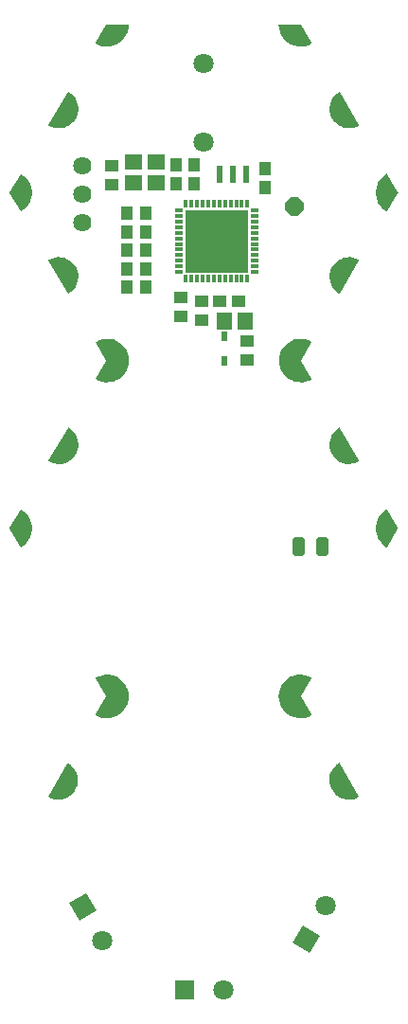
<source format=gbr>
G04 EAGLE Gerber RS-274X export*
G75*
%MOMM*%
%FSLAX34Y34*%
%LPD*%
%INSoldermask Bottom*%
%IPPOS*%
%AMOC8*
5,1,8,0,0,1.08239X$1,22.5*%
G01*
%ADD10R,1.101600X1.201600*%
%ADD11R,1.601600X1.401600*%
%ADD12R,1.201600X1.101600*%
%ADD13R,1.401600X1.601600*%
%ADD14C,1.625600*%
%ADD15P,1.759533X8X22.500000*%
%ADD16R,0.401600X0.651600*%
%ADD17R,0.651600X0.401600*%
%ADD18R,5.701600X5.701600*%
%ADD19R,0.501600X1.501597*%
%ADD20C,0.605878*%
%ADD21C,1.801600*%
%ADD22R,1.801600X1.801600*%
%ADD23R,1.801600X1.801600*%
%ADD24C,1.101600*%
%ADD25R,0.601600X0.901600*%

G36*
X87369Y130967D02*
X87369Y130967D01*
X87416Y130965D01*
X90454Y131330D01*
X90486Y131341D01*
X90532Y131346D01*
X93472Y132194D01*
X93502Y132210D01*
X93548Y132222D01*
X96314Y133531D01*
X96336Y133548D01*
X96363Y133558D01*
X96415Y133607D01*
X96473Y133650D01*
X96487Y133675D01*
X96508Y133694D01*
X96537Y133760D01*
X96573Y133822D01*
X96576Y133850D01*
X96588Y133876D01*
X96589Y133948D01*
X96598Y134019D01*
X96590Y134046D01*
X96591Y134075D01*
X96555Y134170D01*
X96544Y134210D01*
X96537Y134219D01*
X96533Y134231D01*
X87176Y150482D01*
X96533Y166733D01*
X96542Y166760D01*
X96558Y166784D01*
X96573Y166854D01*
X96596Y166922D01*
X96593Y166950D01*
X96599Y166978D01*
X96586Y167049D01*
X96580Y167120D01*
X96567Y167145D01*
X96561Y167173D01*
X96521Y167233D01*
X96488Y167296D01*
X96466Y167314D01*
X96450Y167338D01*
X96367Y167396D01*
X96335Y167423D01*
X96324Y167426D01*
X96314Y167433D01*
X93548Y168742D01*
X93515Y168750D01*
X93472Y168770D01*
X90532Y169618D01*
X90498Y169621D01*
X90454Y169634D01*
X87416Y169999D01*
X87382Y169996D01*
X87335Y170002D01*
X84278Y169875D01*
X84245Y169867D01*
X84198Y169866D01*
X81201Y169250D01*
X81170Y169237D01*
X81124Y169228D01*
X78264Y168139D01*
X78236Y168121D01*
X78192Y168105D01*
X75544Y166571D01*
X75518Y166549D01*
X75478Y166526D01*
X73110Y164588D01*
X73088Y164561D01*
X73052Y164532D01*
X71025Y162239D01*
X71009Y162210D01*
X70977Y162175D01*
X69345Y159587D01*
X69333Y159555D01*
X69308Y159516D01*
X68112Y156699D01*
X68105Y156666D01*
X68102Y156659D01*
X68098Y156653D01*
X68097Y156647D01*
X68086Y156623D01*
X67358Y153651D01*
X67356Y153617D01*
X67345Y153572D01*
X67102Y150522D01*
X67106Y150493D01*
X67101Y150465D01*
X67103Y150455D01*
X67102Y150442D01*
X67345Y147392D01*
X67354Y147360D01*
X67358Y147313D01*
X68086Y144341D01*
X68101Y144310D01*
X68112Y144265D01*
X69308Y141448D01*
X69327Y141420D01*
X69345Y141377D01*
X70977Y138789D01*
X71001Y138765D01*
X71025Y138725D01*
X73052Y136432D01*
X73079Y136412D01*
X73110Y136376D01*
X75478Y134438D01*
X75508Y134422D01*
X75544Y134393D01*
X78192Y132860D01*
X78224Y132849D01*
X78264Y132825D01*
X81124Y131737D01*
X81157Y131731D01*
X81201Y131714D01*
X84198Y131098D01*
X84232Y131098D01*
X84278Y131089D01*
X87335Y130962D01*
X87369Y130967D01*
G37*
G36*
X87115Y-169261D02*
X87115Y-169261D01*
X87162Y-169263D01*
X90200Y-168898D01*
X90232Y-168887D01*
X90278Y-168882D01*
X93218Y-168034D01*
X93248Y-168018D01*
X93294Y-168006D01*
X96060Y-166697D01*
X96082Y-166680D01*
X96109Y-166670D01*
X96161Y-166621D01*
X96219Y-166578D01*
X96233Y-166553D01*
X96254Y-166534D01*
X96283Y-166468D01*
X96319Y-166406D01*
X96322Y-166378D01*
X96334Y-166352D01*
X96335Y-166280D01*
X96344Y-166209D01*
X96336Y-166182D01*
X96337Y-166153D01*
X96301Y-166058D01*
X96290Y-166018D01*
X96283Y-166009D01*
X96279Y-165997D01*
X86922Y-149746D01*
X96279Y-133495D01*
X96288Y-133468D01*
X96304Y-133444D01*
X96319Y-133374D01*
X96342Y-133306D01*
X96339Y-133278D01*
X96345Y-133250D01*
X96332Y-133180D01*
X96326Y-133108D01*
X96313Y-133083D01*
X96307Y-133055D01*
X96267Y-132995D01*
X96234Y-132932D01*
X96212Y-132914D01*
X96196Y-132890D01*
X96113Y-132832D01*
X96081Y-132805D01*
X96070Y-132802D01*
X96060Y-132795D01*
X93294Y-131486D01*
X93261Y-131478D01*
X93218Y-131458D01*
X90278Y-130610D01*
X90244Y-130607D01*
X90200Y-130594D01*
X87162Y-130229D01*
X87128Y-130232D01*
X87081Y-130226D01*
X84024Y-130353D01*
X83991Y-130361D01*
X83944Y-130362D01*
X80947Y-130978D01*
X80916Y-130991D01*
X80870Y-131001D01*
X78010Y-132089D01*
X77982Y-132107D01*
X77938Y-132124D01*
X75290Y-133657D01*
X75264Y-133679D01*
X75224Y-133702D01*
X72856Y-135640D01*
X72834Y-135667D01*
X72798Y-135696D01*
X70771Y-137989D01*
X70755Y-138018D01*
X70723Y-138053D01*
X69091Y-140641D01*
X69079Y-140673D01*
X69054Y-140712D01*
X67858Y-143529D01*
X67851Y-143562D01*
X67848Y-143569D01*
X67844Y-143575D01*
X67843Y-143581D01*
X67832Y-143605D01*
X67104Y-146577D01*
X67102Y-146611D01*
X67091Y-146656D01*
X66848Y-149706D01*
X66852Y-149735D01*
X66847Y-149763D01*
X66849Y-149773D01*
X66848Y-149786D01*
X67091Y-152836D01*
X67100Y-152868D01*
X67104Y-152915D01*
X67832Y-155887D01*
X67847Y-155918D01*
X67858Y-155963D01*
X69054Y-158780D01*
X69073Y-158808D01*
X69091Y-158851D01*
X70723Y-161439D01*
X70747Y-161463D01*
X70771Y-161503D01*
X72798Y-163796D01*
X72825Y-163816D01*
X72856Y-163852D01*
X75224Y-165790D01*
X75254Y-165806D01*
X75290Y-165835D01*
X77938Y-167369D01*
X77970Y-167379D01*
X78010Y-167403D01*
X80870Y-168492D01*
X80903Y-168497D01*
X80947Y-168514D01*
X83944Y-169130D01*
X83978Y-169130D01*
X84024Y-169139D01*
X87081Y-169266D01*
X87115Y-169261D01*
G37*
G36*
X-84278Y131089D02*
X-84278Y131089D01*
X-84245Y131097D01*
X-84198Y131098D01*
X-81201Y131714D01*
X-81170Y131727D01*
X-81124Y131737D01*
X-78264Y132825D01*
X-78236Y132843D01*
X-78192Y132860D01*
X-75544Y134393D01*
X-75518Y134415D01*
X-75478Y134438D01*
X-73110Y136376D01*
X-73088Y136403D01*
X-73052Y136432D01*
X-71025Y138725D01*
X-71009Y138754D01*
X-70977Y138789D01*
X-69345Y141377D01*
X-69333Y141409D01*
X-69308Y141448D01*
X-68112Y144265D01*
X-68105Y144298D01*
X-68086Y144341D01*
X-67358Y147313D01*
X-67356Y147347D01*
X-67345Y147392D01*
X-67102Y150442D01*
X-67106Y150471D01*
X-67101Y150499D01*
X-67103Y150509D01*
X-67102Y150522D01*
X-67345Y153572D01*
X-67354Y153604D01*
X-67358Y153651D01*
X-68086Y156623D01*
X-68101Y156654D01*
X-68112Y156699D01*
X-69308Y159516D01*
X-69327Y159544D01*
X-69345Y159587D01*
X-70977Y162175D01*
X-71001Y162199D01*
X-71025Y162239D01*
X-73052Y164532D01*
X-73079Y164552D01*
X-73110Y164588D01*
X-75478Y166526D01*
X-75508Y166542D01*
X-75544Y166571D01*
X-78192Y168105D01*
X-78224Y168115D01*
X-78264Y168139D01*
X-81124Y169228D01*
X-81157Y169233D01*
X-81201Y169250D01*
X-84198Y169866D01*
X-84232Y169866D01*
X-84278Y169875D01*
X-87335Y170002D01*
X-87369Y169997D01*
X-87416Y169999D01*
X-90454Y169634D01*
X-90486Y169623D01*
X-90532Y169618D01*
X-93472Y168770D01*
X-93502Y168754D01*
X-93548Y168742D01*
X-96314Y167433D01*
X-96336Y167416D01*
X-96363Y167406D01*
X-96415Y167357D01*
X-96473Y167314D01*
X-96487Y167289D01*
X-96508Y167270D01*
X-96537Y167204D01*
X-96573Y167142D01*
X-96576Y167114D01*
X-96588Y167088D01*
X-96589Y167016D01*
X-96598Y166945D01*
X-96590Y166918D01*
X-96591Y166889D01*
X-96555Y166794D01*
X-96544Y166754D01*
X-96537Y166745D01*
X-96533Y166733D01*
X-87176Y150482D01*
X-96533Y134231D01*
X-96542Y134204D01*
X-96558Y134180D01*
X-96573Y134110D01*
X-96596Y134042D01*
X-96593Y134014D01*
X-96599Y133986D01*
X-96586Y133916D01*
X-96580Y133844D01*
X-96567Y133819D01*
X-96561Y133791D01*
X-96521Y133731D01*
X-96488Y133668D01*
X-96466Y133650D01*
X-96450Y133626D01*
X-96367Y133568D01*
X-96335Y133541D01*
X-96324Y133538D01*
X-96314Y133531D01*
X-93548Y132222D01*
X-93515Y132214D01*
X-93472Y132194D01*
X-90532Y131346D01*
X-90498Y131343D01*
X-90454Y131330D01*
X-87416Y130965D01*
X-87382Y130968D01*
X-87335Y130962D01*
X-84278Y131089D01*
G37*
G36*
X-84532Y-169139D02*
X-84532Y-169139D01*
X-84499Y-169131D01*
X-84452Y-169130D01*
X-81455Y-168514D01*
X-81424Y-168501D01*
X-81378Y-168492D01*
X-78518Y-167403D01*
X-78490Y-167385D01*
X-78446Y-167369D01*
X-75798Y-165835D01*
X-75772Y-165813D01*
X-75732Y-165790D01*
X-73364Y-163852D01*
X-73342Y-163825D01*
X-73306Y-163796D01*
X-71279Y-161503D01*
X-71263Y-161474D01*
X-71231Y-161439D01*
X-69599Y-158851D01*
X-69587Y-158819D01*
X-69562Y-158780D01*
X-68366Y-155963D01*
X-68359Y-155930D01*
X-68340Y-155887D01*
X-67612Y-152915D01*
X-67610Y-152881D01*
X-67599Y-152836D01*
X-67356Y-149786D01*
X-67360Y-149757D01*
X-67355Y-149729D01*
X-67357Y-149719D01*
X-67356Y-149706D01*
X-67599Y-146656D01*
X-67608Y-146624D01*
X-67612Y-146577D01*
X-68340Y-143605D01*
X-68355Y-143574D01*
X-68366Y-143529D01*
X-69562Y-140712D01*
X-69581Y-140684D01*
X-69599Y-140641D01*
X-71231Y-138053D01*
X-71255Y-138029D01*
X-71279Y-137989D01*
X-73306Y-135696D01*
X-73333Y-135676D01*
X-73364Y-135640D01*
X-75732Y-133702D01*
X-75762Y-133686D01*
X-75798Y-133657D01*
X-78446Y-132124D01*
X-78478Y-132113D01*
X-78518Y-132089D01*
X-81378Y-131001D01*
X-81411Y-130995D01*
X-81455Y-130978D01*
X-84452Y-130362D01*
X-84486Y-130362D01*
X-84532Y-130353D01*
X-87589Y-130226D01*
X-87623Y-130231D01*
X-87670Y-130229D01*
X-90708Y-130594D01*
X-90740Y-130605D01*
X-90786Y-130610D01*
X-93726Y-131458D01*
X-93756Y-131474D01*
X-93802Y-131486D01*
X-96568Y-132795D01*
X-96590Y-132812D01*
X-96617Y-132822D01*
X-96669Y-132871D01*
X-96727Y-132914D01*
X-96741Y-132939D01*
X-96762Y-132958D01*
X-96791Y-133024D01*
X-96827Y-133086D01*
X-96830Y-133114D01*
X-96842Y-133140D01*
X-96843Y-133212D01*
X-96852Y-133283D01*
X-96844Y-133310D01*
X-96845Y-133339D01*
X-96809Y-133434D01*
X-96798Y-133474D01*
X-96791Y-133483D01*
X-96787Y-133495D01*
X-87430Y-149746D01*
X-96787Y-165997D01*
X-96796Y-166024D01*
X-96812Y-166048D01*
X-96827Y-166118D01*
X-96850Y-166186D01*
X-96847Y-166214D01*
X-96853Y-166242D01*
X-96840Y-166313D01*
X-96834Y-166384D01*
X-96821Y-166409D01*
X-96815Y-166437D01*
X-96775Y-166497D01*
X-96742Y-166560D01*
X-96720Y-166578D01*
X-96704Y-166602D01*
X-96621Y-166660D01*
X-96589Y-166687D01*
X-96578Y-166690D01*
X-96568Y-166697D01*
X-93802Y-168006D01*
X-93769Y-168014D01*
X-93726Y-168034D01*
X-90786Y-168882D01*
X-90752Y-168885D01*
X-90708Y-168898D01*
X-87670Y-169263D01*
X-87636Y-169260D01*
X-87589Y-169266D01*
X-84532Y-169139D01*
G37*
G36*
X-121393Y210292D02*
X-121393Y210292D01*
X-121322Y210289D01*
X-121295Y210299D01*
X-121266Y210301D01*
X-121176Y210343D01*
X-121136Y210358D01*
X-121128Y210366D01*
X-121115Y210372D01*
X-118812Y211971D01*
X-118788Y211997D01*
X-118748Y212024D01*
X-116739Y213981D01*
X-116720Y214010D01*
X-116685Y214043D01*
X-115026Y216304D01*
X-115011Y216335D01*
X-114982Y216374D01*
X-113718Y218877D01*
X-113709Y218911D01*
X-113687Y218954D01*
X-112851Y221631D01*
X-112848Y221665D01*
X-112833Y221711D01*
X-112450Y224490D01*
X-112452Y224524D01*
X-112446Y224572D01*
X-112525Y227375D01*
X-112533Y227409D01*
X-112534Y227457D01*
X-113073Y230209D01*
X-113087Y230241D01*
X-113096Y230289D01*
X-114081Y232914D01*
X-114096Y232939D01*
X-114101Y232959D01*
X-114109Y232970D01*
X-114116Y232989D01*
X-115520Y235417D01*
X-115543Y235443D01*
X-115567Y235485D01*
X-117351Y237648D01*
X-117378Y237670D01*
X-117409Y237707D01*
X-119525Y239548D01*
X-119555Y239565D01*
X-119591Y239597D01*
X-121982Y241064D01*
X-122014Y241075D01*
X-122055Y241101D01*
X-124654Y242154D01*
X-124688Y242161D01*
X-124733Y242179D01*
X-127470Y242790D01*
X-127505Y242791D01*
X-127552Y242802D01*
X-130352Y242954D01*
X-130386Y242949D01*
X-130434Y242952D01*
X-133222Y242642D01*
X-133255Y242631D01*
X-133303Y242626D01*
X-136001Y241861D01*
X-136031Y241845D01*
X-136078Y241832D01*
X-138613Y240633D01*
X-138637Y240616D01*
X-138664Y240606D01*
X-138716Y240557D01*
X-138773Y240514D01*
X-138787Y240489D01*
X-138809Y240469D01*
X-138837Y240404D01*
X-138873Y240343D01*
X-138876Y240314D01*
X-138888Y240287D01*
X-138889Y240216D01*
X-138898Y240145D01*
X-138890Y240117D01*
X-138890Y240088D01*
X-138856Y239995D01*
X-138844Y239954D01*
X-138837Y239945D01*
X-138832Y239932D01*
X-121832Y210532D01*
X-121813Y210510D01*
X-121800Y210484D01*
X-121747Y210436D01*
X-121700Y210383D01*
X-121674Y210371D01*
X-121652Y210351D01*
X-121585Y210328D01*
X-121521Y210298D01*
X-121492Y210296D01*
X-121464Y210287D01*
X-121393Y210292D01*
G37*
G36*
X130386Y358015D02*
X130386Y358015D01*
X130434Y358012D01*
X133222Y358322D01*
X133255Y358333D01*
X133303Y358338D01*
X136001Y359103D01*
X136031Y359119D01*
X136078Y359132D01*
X138613Y360331D01*
X138637Y360348D01*
X138664Y360358D01*
X138716Y360407D01*
X138773Y360450D01*
X138787Y360475D01*
X138809Y360495D01*
X138837Y360560D01*
X138873Y360622D01*
X138876Y360650D01*
X138888Y360677D01*
X138889Y360748D01*
X138898Y360819D01*
X138890Y360847D01*
X138890Y360876D01*
X138856Y360969D01*
X138844Y361010D01*
X138837Y361019D01*
X138832Y361032D01*
X121832Y390432D01*
X121813Y390454D01*
X121800Y390480D01*
X121747Y390528D01*
X121700Y390581D01*
X121674Y390593D01*
X121652Y390613D01*
X121585Y390636D01*
X121521Y390666D01*
X121492Y390668D01*
X121464Y390677D01*
X121393Y390672D01*
X121322Y390675D01*
X121295Y390665D01*
X121266Y390663D01*
X121176Y390621D01*
X121136Y390606D01*
X121128Y390598D01*
X121115Y390592D01*
X118812Y388993D01*
X118788Y388968D01*
X118748Y388940D01*
X116739Y386983D01*
X116720Y386954D01*
X116685Y386921D01*
X115026Y384660D01*
X115011Y384629D01*
X114982Y384590D01*
X113718Y382087D01*
X113709Y382053D01*
X113687Y382010D01*
X112851Y379333D01*
X112848Y379299D01*
X112833Y379253D01*
X112450Y376474D01*
X112452Y376440D01*
X112446Y376392D01*
X112525Y373589D01*
X112533Y373555D01*
X112534Y373507D01*
X113073Y370755D01*
X113087Y370723D01*
X113096Y370675D01*
X114081Y368050D01*
X114099Y368020D01*
X114116Y367975D01*
X115520Y365547D01*
X115543Y365521D01*
X115567Y365480D01*
X117351Y363316D01*
X117378Y363294D01*
X117409Y363257D01*
X119525Y361416D01*
X119555Y361399D01*
X119591Y361368D01*
X121982Y359900D01*
X122014Y359889D01*
X122055Y359863D01*
X124654Y358810D01*
X124688Y358803D01*
X124733Y358785D01*
X127470Y358174D01*
X127505Y358173D01*
X127552Y358162D01*
X130352Y358010D01*
X130386Y358015D01*
G37*
G36*
X130386Y58015D02*
X130386Y58015D01*
X130434Y58012D01*
X133222Y58322D01*
X133255Y58333D01*
X133303Y58338D01*
X136001Y59103D01*
X136031Y59119D01*
X136078Y59132D01*
X138613Y60331D01*
X138637Y60348D01*
X138664Y60358D01*
X138716Y60407D01*
X138773Y60450D01*
X138787Y60475D01*
X138809Y60495D01*
X138837Y60560D01*
X138873Y60622D01*
X138876Y60650D01*
X138888Y60677D01*
X138889Y60748D01*
X138898Y60819D01*
X138890Y60847D01*
X138890Y60876D01*
X138856Y60969D01*
X138844Y61010D01*
X138837Y61019D01*
X138832Y61032D01*
X121832Y90432D01*
X121813Y90454D01*
X121800Y90480D01*
X121747Y90528D01*
X121700Y90581D01*
X121674Y90593D01*
X121652Y90613D01*
X121585Y90636D01*
X121521Y90666D01*
X121492Y90668D01*
X121464Y90677D01*
X121393Y90672D01*
X121322Y90675D01*
X121295Y90665D01*
X121266Y90663D01*
X121176Y90621D01*
X121136Y90606D01*
X121128Y90598D01*
X121115Y90592D01*
X118812Y88993D01*
X118788Y88968D01*
X118748Y88940D01*
X116739Y86983D01*
X116720Y86954D01*
X116685Y86921D01*
X115026Y84660D01*
X115011Y84629D01*
X114982Y84590D01*
X113718Y82087D01*
X113709Y82053D01*
X113687Y82010D01*
X112851Y79333D01*
X112848Y79299D01*
X112833Y79253D01*
X112450Y76474D01*
X112452Y76440D01*
X112446Y76392D01*
X112525Y73589D01*
X112533Y73555D01*
X112534Y73507D01*
X113073Y70755D01*
X113087Y70723D01*
X113096Y70675D01*
X114081Y68050D01*
X114099Y68020D01*
X114116Y67975D01*
X115520Y65547D01*
X115543Y65521D01*
X115567Y65480D01*
X117351Y63316D01*
X117378Y63294D01*
X117409Y63257D01*
X119525Y61416D01*
X119555Y61399D01*
X119591Y61368D01*
X121982Y59900D01*
X122014Y59889D01*
X122055Y59863D01*
X124654Y58810D01*
X124688Y58803D01*
X124733Y58785D01*
X127470Y58174D01*
X127505Y58173D01*
X127552Y58162D01*
X130352Y58010D01*
X130386Y58015D01*
G37*
G36*
X130132Y-241933D02*
X130132Y-241933D01*
X130180Y-241936D01*
X132968Y-241626D01*
X133001Y-241615D01*
X133049Y-241610D01*
X135747Y-240845D01*
X135777Y-240829D01*
X135824Y-240816D01*
X138359Y-239617D01*
X138383Y-239600D01*
X138410Y-239590D01*
X138462Y-239541D01*
X138519Y-239498D01*
X138533Y-239473D01*
X138555Y-239453D01*
X138583Y-239388D01*
X138619Y-239327D01*
X138622Y-239298D01*
X138634Y-239271D01*
X138635Y-239200D01*
X138644Y-239129D01*
X138636Y-239101D01*
X138636Y-239072D01*
X138602Y-238979D01*
X138590Y-238938D01*
X138583Y-238929D01*
X138578Y-238916D01*
X121578Y-209516D01*
X121559Y-209494D01*
X121546Y-209468D01*
X121493Y-209420D01*
X121446Y-209367D01*
X121420Y-209355D01*
X121398Y-209335D01*
X121331Y-209312D01*
X121267Y-209282D01*
X121238Y-209280D01*
X121210Y-209271D01*
X121139Y-209276D01*
X121068Y-209273D01*
X121041Y-209283D01*
X121012Y-209285D01*
X120922Y-209327D01*
X120882Y-209342D01*
X120874Y-209350D01*
X120861Y-209356D01*
X118558Y-210955D01*
X118534Y-210981D01*
X118494Y-211008D01*
X116485Y-212965D01*
X116466Y-212994D01*
X116431Y-213027D01*
X114772Y-215288D01*
X114757Y-215319D01*
X114728Y-215358D01*
X113464Y-217861D01*
X113455Y-217895D01*
X113433Y-217938D01*
X112597Y-220615D01*
X112594Y-220649D01*
X112579Y-220695D01*
X112196Y-223474D01*
X112198Y-223508D01*
X112192Y-223556D01*
X112271Y-226359D01*
X112279Y-226393D01*
X112280Y-226441D01*
X112819Y-229193D01*
X112833Y-229225D01*
X112842Y-229273D01*
X113827Y-231898D01*
X113845Y-231928D01*
X113862Y-231973D01*
X115266Y-234401D01*
X115289Y-234427D01*
X115313Y-234469D01*
X117097Y-236632D01*
X117124Y-236654D01*
X117155Y-236691D01*
X119271Y-238532D01*
X119301Y-238549D01*
X119337Y-238581D01*
X121728Y-240048D01*
X121760Y-240059D01*
X121801Y-240085D01*
X124400Y-241138D01*
X124434Y-241145D01*
X124479Y-241163D01*
X127216Y-241774D01*
X127251Y-241775D01*
X127298Y-241786D01*
X130098Y-241938D01*
X130132Y-241933D01*
G37*
G36*
X121426Y210293D02*
X121426Y210293D01*
X121497Y210292D01*
X121524Y210303D01*
X121553Y210307D01*
X121615Y210341D01*
X121680Y210369D01*
X121701Y210390D01*
X121726Y210404D01*
X121789Y210480D01*
X121819Y210511D01*
X121823Y210521D01*
X121832Y210532D01*
X138832Y239932D01*
X138841Y239960D01*
X138858Y239984D01*
X138873Y240053D01*
X138895Y240121D01*
X138893Y240150D01*
X138899Y240178D01*
X138886Y240248D01*
X138880Y240319D01*
X138867Y240345D01*
X138861Y240373D01*
X138821Y240432D01*
X138789Y240495D01*
X138766Y240514D01*
X138750Y240538D01*
X138668Y240595D01*
X138635Y240622D01*
X138625Y240625D01*
X138613Y240633D01*
X136078Y241832D01*
X136044Y241840D01*
X136001Y241861D01*
X133303Y242626D01*
X133268Y242628D01*
X133222Y242642D01*
X130434Y242952D01*
X130400Y242949D01*
X130352Y242954D01*
X127552Y242802D01*
X127518Y242793D01*
X127470Y242790D01*
X124733Y242179D01*
X124701Y242165D01*
X124654Y242154D01*
X122055Y241101D01*
X122026Y241082D01*
X121982Y241064D01*
X119591Y239597D01*
X119566Y239573D01*
X119525Y239548D01*
X117409Y237707D01*
X117388Y237680D01*
X117351Y237648D01*
X115567Y235485D01*
X115551Y235454D01*
X115520Y235417D01*
X114116Y232989D01*
X114105Y232956D01*
X114098Y232943D01*
X114088Y232929D01*
X114088Y232926D01*
X114081Y232914D01*
X113096Y230289D01*
X113090Y230254D01*
X113073Y230209D01*
X112534Y227457D01*
X112534Y227423D01*
X112525Y227375D01*
X112446Y224572D01*
X112452Y224538D01*
X112450Y224490D01*
X112833Y221711D01*
X112845Y221679D01*
X112851Y221631D01*
X113687Y218954D01*
X113704Y218923D01*
X113718Y218877D01*
X114982Y216374D01*
X115004Y216347D01*
X115026Y216304D01*
X116685Y214043D01*
X116711Y214020D01*
X116739Y213981D01*
X118748Y212024D01*
X118777Y212005D01*
X118812Y211971D01*
X121115Y210372D01*
X121142Y210360D01*
X121165Y210342D01*
X121233Y210321D01*
X121298Y210293D01*
X121327Y210293D01*
X121355Y210285D01*
X121426Y210293D01*
G37*
G36*
X-127552Y358162D02*
X-127552Y358162D01*
X-127518Y358171D01*
X-127470Y358174D01*
X-124733Y358785D01*
X-124701Y358799D01*
X-124654Y358810D01*
X-122055Y359863D01*
X-122026Y359882D01*
X-121982Y359900D01*
X-119591Y361368D01*
X-119566Y361391D01*
X-119525Y361416D01*
X-117409Y363257D01*
X-117388Y363284D01*
X-117351Y363316D01*
X-115567Y365480D01*
X-115551Y365510D01*
X-115520Y365547D01*
X-114116Y367975D01*
X-114105Y368008D01*
X-114081Y368050D01*
X-113096Y370675D01*
X-113090Y370710D01*
X-113073Y370755D01*
X-112534Y373507D01*
X-112534Y373542D01*
X-112525Y373589D01*
X-112446Y376392D01*
X-112452Y376426D01*
X-112450Y376474D01*
X-112833Y379253D01*
X-112845Y379285D01*
X-112851Y379333D01*
X-113687Y382010D01*
X-113704Y382041D01*
X-113718Y382087D01*
X-114982Y384590D01*
X-115004Y384617D01*
X-115026Y384660D01*
X-116685Y386921D01*
X-116711Y386944D01*
X-116739Y386983D01*
X-118748Y388940D01*
X-118777Y388959D01*
X-118812Y388993D01*
X-121115Y390592D01*
X-121142Y390604D01*
X-121165Y390622D01*
X-121233Y390643D01*
X-121298Y390671D01*
X-121327Y390671D01*
X-121355Y390679D01*
X-121426Y390671D01*
X-121497Y390672D01*
X-121524Y390661D01*
X-121553Y390657D01*
X-121615Y390623D01*
X-121680Y390595D01*
X-121701Y390574D01*
X-121726Y390560D01*
X-121789Y390484D01*
X-121819Y390453D01*
X-121823Y390443D01*
X-121832Y390432D01*
X-138832Y361032D01*
X-138841Y361004D01*
X-138858Y360980D01*
X-138873Y360911D01*
X-138895Y360843D01*
X-138893Y360814D01*
X-138899Y360786D01*
X-138886Y360716D01*
X-138880Y360645D01*
X-138867Y360619D01*
X-138861Y360591D01*
X-138821Y360532D01*
X-138789Y360469D01*
X-138766Y360450D01*
X-138750Y360426D01*
X-138668Y360369D01*
X-138635Y360342D01*
X-138625Y360339D01*
X-138613Y360331D01*
X-136078Y359132D01*
X-136044Y359124D01*
X-136001Y359103D01*
X-133303Y358338D01*
X-133268Y358336D01*
X-133222Y358322D01*
X-130434Y358012D01*
X-130400Y358015D01*
X-130352Y358010D01*
X-127552Y358162D01*
G37*
G36*
X-127552Y58162D02*
X-127552Y58162D01*
X-127518Y58171D01*
X-127470Y58174D01*
X-124733Y58785D01*
X-124701Y58799D01*
X-124654Y58810D01*
X-122055Y59863D01*
X-122026Y59882D01*
X-121982Y59900D01*
X-119591Y61368D01*
X-119566Y61391D01*
X-119525Y61416D01*
X-117409Y63257D01*
X-117388Y63284D01*
X-117351Y63316D01*
X-115567Y65480D01*
X-115551Y65510D01*
X-115520Y65547D01*
X-114116Y67975D01*
X-114105Y68008D01*
X-114081Y68050D01*
X-113096Y70675D01*
X-113090Y70710D01*
X-113073Y70755D01*
X-112534Y73507D01*
X-112534Y73542D01*
X-112525Y73589D01*
X-112446Y76392D01*
X-112452Y76426D01*
X-112450Y76474D01*
X-112833Y79253D01*
X-112845Y79285D01*
X-112851Y79333D01*
X-113687Y82010D01*
X-113704Y82041D01*
X-113718Y82087D01*
X-114982Y84590D01*
X-115004Y84617D01*
X-115026Y84660D01*
X-116685Y86921D01*
X-116711Y86944D01*
X-116739Y86983D01*
X-118748Y88940D01*
X-118777Y88959D01*
X-118812Y88993D01*
X-121115Y90592D01*
X-121142Y90604D01*
X-121165Y90622D01*
X-121233Y90643D01*
X-121298Y90671D01*
X-121327Y90671D01*
X-121355Y90679D01*
X-121426Y90671D01*
X-121497Y90672D01*
X-121524Y90661D01*
X-121553Y90657D01*
X-121615Y90623D01*
X-121680Y90595D01*
X-121701Y90574D01*
X-121726Y90560D01*
X-121789Y90484D01*
X-121819Y90453D01*
X-121823Y90443D01*
X-121832Y90432D01*
X-138832Y61032D01*
X-138841Y61004D01*
X-138858Y60980D01*
X-138873Y60911D01*
X-138895Y60843D01*
X-138893Y60814D01*
X-138899Y60786D01*
X-138886Y60716D01*
X-138880Y60645D01*
X-138867Y60619D01*
X-138861Y60591D01*
X-138821Y60532D01*
X-138789Y60469D01*
X-138766Y60450D01*
X-138750Y60426D01*
X-138668Y60369D01*
X-138635Y60342D01*
X-138625Y60339D01*
X-138613Y60331D01*
X-136078Y59132D01*
X-136044Y59124D01*
X-136001Y59103D01*
X-133303Y58338D01*
X-133268Y58336D01*
X-133222Y58322D01*
X-130434Y58012D01*
X-130400Y58015D01*
X-130352Y58010D01*
X-127552Y58162D01*
G37*
G36*
X-127806Y-241786D02*
X-127806Y-241786D01*
X-127772Y-241777D01*
X-127724Y-241774D01*
X-124987Y-241163D01*
X-124955Y-241149D01*
X-124908Y-241138D01*
X-122309Y-240085D01*
X-122280Y-240066D01*
X-122236Y-240048D01*
X-119845Y-238581D01*
X-119820Y-238557D01*
X-119779Y-238532D01*
X-117663Y-236691D01*
X-117642Y-236664D01*
X-117605Y-236632D01*
X-115821Y-234469D01*
X-115805Y-234438D01*
X-115774Y-234401D01*
X-114370Y-231973D01*
X-114359Y-231940D01*
X-114335Y-231898D01*
X-113350Y-229273D01*
X-113344Y-229238D01*
X-113327Y-229193D01*
X-112788Y-226441D01*
X-112788Y-226407D01*
X-112779Y-226359D01*
X-112700Y-223556D01*
X-112706Y-223522D01*
X-112704Y-223474D01*
X-113087Y-220695D01*
X-113099Y-220663D01*
X-113105Y-220615D01*
X-113941Y-217938D01*
X-113958Y-217907D01*
X-113972Y-217861D01*
X-115236Y-215358D01*
X-115258Y-215331D01*
X-115280Y-215288D01*
X-116939Y-213027D01*
X-116965Y-213004D01*
X-116993Y-212965D01*
X-119002Y-211008D01*
X-119031Y-210989D01*
X-119066Y-210955D01*
X-121369Y-209356D01*
X-121396Y-209344D01*
X-121419Y-209326D01*
X-121487Y-209305D01*
X-121552Y-209277D01*
X-121581Y-209277D01*
X-121609Y-209269D01*
X-121680Y-209277D01*
X-121751Y-209276D01*
X-121778Y-209287D01*
X-121807Y-209291D01*
X-121869Y-209325D01*
X-121934Y-209353D01*
X-121955Y-209374D01*
X-121980Y-209388D01*
X-122043Y-209464D01*
X-122073Y-209495D01*
X-122077Y-209505D01*
X-122086Y-209516D01*
X-139086Y-238916D01*
X-139095Y-238944D01*
X-139112Y-238968D01*
X-139127Y-239037D01*
X-139149Y-239105D01*
X-139147Y-239134D01*
X-139153Y-239162D01*
X-139140Y-239232D01*
X-139134Y-239303D01*
X-139121Y-239329D01*
X-139115Y-239357D01*
X-139075Y-239416D01*
X-139043Y-239479D01*
X-139020Y-239498D01*
X-139004Y-239522D01*
X-138922Y-239579D01*
X-138889Y-239606D01*
X-138879Y-239609D01*
X-138867Y-239617D01*
X-136332Y-240816D01*
X-136298Y-240824D01*
X-136255Y-240845D01*
X-133557Y-241610D01*
X-133522Y-241612D01*
X-133476Y-241626D01*
X-130688Y-241936D01*
X-130654Y-241933D01*
X-130606Y-241938D01*
X-127806Y-241786D01*
G37*
G36*
X163727Y283493D02*
X163727Y283493D01*
X163798Y283493D01*
X163825Y283504D01*
X163854Y283507D01*
X163916Y283542D01*
X163981Y283570D01*
X164002Y283590D01*
X164027Y283605D01*
X164090Y283682D01*
X164120Y283712D01*
X164124Y283722D01*
X164133Y283733D01*
X173633Y300233D01*
X173643Y300265D01*
X173652Y300278D01*
X173656Y300302D01*
X173657Y300306D01*
X173688Y300376D01*
X173688Y300400D01*
X173696Y300422D01*
X173690Y300498D01*
X173691Y300575D01*
X173681Y300599D01*
X173680Y300620D01*
X173659Y300659D01*
X173633Y300731D01*
X164133Y317231D01*
X164114Y317253D01*
X164101Y317279D01*
X164048Y317327D01*
X164001Y317380D01*
X163975Y317393D01*
X163954Y317412D01*
X163886Y317435D01*
X163822Y317466D01*
X163793Y317468D01*
X163766Y317477D01*
X163694Y317472D01*
X163623Y317475D01*
X163596Y317465D01*
X163567Y317463D01*
X163477Y317421D01*
X163437Y317406D01*
X163429Y317399D01*
X163416Y317393D01*
X160893Y315651D01*
X160869Y315627D01*
X160831Y315600D01*
X158619Y313476D01*
X158600Y313448D01*
X158566Y313416D01*
X156724Y310965D01*
X156710Y310934D01*
X156681Y310897D01*
X155256Y308182D01*
X155247Y308151D01*
X155231Y308126D01*
X155230Y308118D01*
X155225Y308108D01*
X154254Y305200D01*
X154250Y305166D01*
X154235Y305122D01*
X153743Y302095D01*
X153744Y302061D01*
X153736Y302015D01*
X153736Y298949D01*
X153737Y298945D01*
X153737Y298943D01*
X153743Y298916D01*
X153743Y298869D01*
X154235Y295842D01*
X154247Y295811D01*
X154254Y295764D01*
X155225Y292856D01*
X155242Y292827D01*
X155256Y292782D01*
X156681Y290067D01*
X156703Y290041D01*
X156724Y289999D01*
X158566Y287548D01*
X158591Y287525D01*
X158619Y287488D01*
X160831Y285364D01*
X160859Y285346D01*
X160893Y285313D01*
X163416Y283571D01*
X163443Y283560D01*
X163465Y283541D01*
X163534Y283521D01*
X163599Y283493D01*
X163628Y283493D01*
X163656Y283485D01*
X163727Y283493D01*
G37*
G36*
X163727Y-16507D02*
X163727Y-16507D01*
X163798Y-16508D01*
X163825Y-16496D01*
X163854Y-16493D01*
X163916Y-16458D01*
X163981Y-16430D01*
X164002Y-16410D01*
X164027Y-16395D01*
X164090Y-16318D01*
X164120Y-16288D01*
X164124Y-16278D01*
X164133Y-16267D01*
X173633Y233D01*
X173643Y265D01*
X173652Y278D01*
X173656Y302D01*
X173657Y306D01*
X173688Y376D01*
X173688Y400D01*
X173696Y422D01*
X173690Y498D01*
X173691Y575D01*
X173681Y599D01*
X173680Y620D01*
X173659Y659D01*
X173633Y731D01*
X164133Y17231D01*
X164114Y17253D01*
X164101Y17279D01*
X164048Y17327D01*
X164001Y17380D01*
X163975Y17393D01*
X163954Y17412D01*
X163886Y17435D01*
X163822Y17466D01*
X163793Y17468D01*
X163766Y17477D01*
X163694Y17472D01*
X163623Y17475D01*
X163596Y17465D01*
X163567Y17463D01*
X163477Y17421D01*
X163437Y17406D01*
X163429Y17399D01*
X163416Y17393D01*
X160893Y15651D01*
X160869Y15627D01*
X160831Y15600D01*
X158619Y13476D01*
X158600Y13448D01*
X158566Y13416D01*
X156724Y10965D01*
X156710Y10934D01*
X156681Y10897D01*
X155256Y8182D01*
X155247Y8151D01*
X155231Y8126D01*
X155230Y8118D01*
X155225Y8108D01*
X154254Y5200D01*
X154250Y5166D01*
X154235Y5122D01*
X153743Y2095D01*
X153744Y2061D01*
X153736Y2015D01*
X153736Y-1051D01*
X153737Y-1055D01*
X153737Y-1057D01*
X153743Y-1084D01*
X153743Y-1131D01*
X154235Y-4158D01*
X154247Y-4189D01*
X154254Y-4236D01*
X155225Y-7144D01*
X155242Y-7174D01*
X155256Y-7218D01*
X156681Y-9933D01*
X156703Y-9959D01*
X156724Y-10001D01*
X158566Y-12452D01*
X158591Y-12475D01*
X158619Y-12512D01*
X160831Y-14636D01*
X160859Y-14654D01*
X160893Y-14687D01*
X163416Y-16429D01*
X163443Y-16440D01*
X163465Y-16459D01*
X163534Y-16479D01*
X163599Y-16507D01*
X163628Y-16507D01*
X163656Y-16515D01*
X163727Y-16507D01*
G37*
G36*
X-163694Y283492D02*
X-163694Y283492D01*
X-163623Y283489D01*
X-163596Y283499D01*
X-163567Y283501D01*
X-163477Y283543D01*
X-163437Y283558D01*
X-163429Y283565D01*
X-163416Y283571D01*
X-160893Y285313D01*
X-160869Y285337D01*
X-160831Y285364D01*
X-158619Y287488D01*
X-158600Y287516D01*
X-158566Y287548D01*
X-156724Y289999D01*
X-156710Y290030D01*
X-156681Y290067D01*
X-155256Y292782D01*
X-155247Y292815D01*
X-155225Y292856D01*
X-154254Y295764D01*
X-154250Y295798D01*
X-154235Y295842D01*
X-153743Y298869D01*
X-153744Y298903D01*
X-153736Y298949D01*
X-153736Y302015D01*
X-153743Y302048D01*
X-153743Y302095D01*
X-154235Y305122D01*
X-154247Y305153D01*
X-154254Y305200D01*
X-155225Y308108D01*
X-155238Y308131D01*
X-155244Y308156D01*
X-155251Y308165D01*
X-155256Y308182D01*
X-156681Y310897D01*
X-156703Y310923D01*
X-156724Y310965D01*
X-158566Y313416D01*
X-158591Y313439D01*
X-158619Y313476D01*
X-160831Y315600D01*
X-160859Y315618D01*
X-160893Y315651D01*
X-163416Y317393D01*
X-163443Y317404D01*
X-163465Y317423D01*
X-163534Y317443D01*
X-163599Y317471D01*
X-163628Y317471D01*
X-163656Y317479D01*
X-163727Y317471D01*
X-163798Y317472D01*
X-163825Y317460D01*
X-163854Y317457D01*
X-163916Y317422D01*
X-163981Y317394D01*
X-164002Y317374D01*
X-164027Y317359D01*
X-164090Y317282D01*
X-164120Y317252D01*
X-164124Y317242D01*
X-164133Y317231D01*
X-173633Y300731D01*
X-173657Y300658D01*
X-173688Y300588D01*
X-173688Y300564D01*
X-173696Y300542D01*
X-173690Y300466D01*
X-173691Y300389D01*
X-173681Y300365D01*
X-173680Y300344D01*
X-173659Y300305D01*
X-173640Y300253D01*
X-173639Y300247D01*
X-173637Y300245D01*
X-173633Y300233D01*
X-164133Y283733D01*
X-164114Y283711D01*
X-164101Y283685D01*
X-164048Y283637D01*
X-164001Y283584D01*
X-163975Y283571D01*
X-163954Y283552D01*
X-163886Y283529D01*
X-163822Y283498D01*
X-163793Y283497D01*
X-163766Y283487D01*
X-163694Y283492D01*
G37*
G36*
X-163694Y-16508D02*
X-163694Y-16508D01*
X-163623Y-16511D01*
X-163596Y-16501D01*
X-163567Y-16499D01*
X-163477Y-16457D01*
X-163437Y-16442D01*
X-163429Y-16435D01*
X-163416Y-16429D01*
X-160893Y-14687D01*
X-160869Y-14663D01*
X-160831Y-14636D01*
X-158619Y-12512D01*
X-158600Y-12484D01*
X-158566Y-12452D01*
X-156724Y-10001D01*
X-156710Y-9970D01*
X-156681Y-9933D01*
X-155256Y-7218D01*
X-155247Y-7185D01*
X-155225Y-7144D01*
X-154254Y-4236D01*
X-154250Y-4202D01*
X-154235Y-4158D01*
X-153743Y-1131D01*
X-153744Y-1097D01*
X-153736Y-1051D01*
X-153736Y2015D01*
X-153743Y2048D01*
X-153743Y2095D01*
X-154235Y5122D01*
X-154247Y5153D01*
X-154254Y5200D01*
X-155225Y8108D01*
X-155238Y8131D01*
X-155244Y8156D01*
X-155251Y8165D01*
X-155256Y8182D01*
X-156681Y10897D01*
X-156703Y10923D01*
X-156724Y10965D01*
X-158566Y13416D01*
X-158591Y13439D01*
X-158619Y13476D01*
X-160831Y15600D01*
X-160859Y15618D01*
X-160893Y15651D01*
X-163416Y17393D01*
X-163443Y17404D01*
X-163465Y17423D01*
X-163534Y17443D01*
X-163599Y17471D01*
X-163628Y17471D01*
X-163656Y17479D01*
X-163727Y17471D01*
X-163798Y17472D01*
X-163825Y17460D01*
X-163854Y17457D01*
X-163916Y17422D01*
X-163981Y17394D01*
X-164002Y17374D01*
X-164027Y17359D01*
X-164090Y17282D01*
X-164120Y17252D01*
X-164124Y17242D01*
X-164133Y17231D01*
X-173633Y731D01*
X-173657Y658D01*
X-173688Y588D01*
X-173688Y564D01*
X-173696Y542D01*
X-173690Y466D01*
X-173691Y389D01*
X-173681Y365D01*
X-173680Y344D01*
X-173659Y305D01*
X-173640Y253D01*
X-173639Y247D01*
X-173637Y245D01*
X-173633Y233D01*
X-164133Y-16267D01*
X-164114Y-16289D01*
X-164101Y-16315D01*
X-164048Y-16363D01*
X-164001Y-16416D01*
X-163975Y-16429D01*
X-163954Y-16448D01*
X-163886Y-16471D01*
X-163822Y-16502D01*
X-163793Y-16504D01*
X-163766Y-16513D01*
X-163694Y-16508D01*
G37*
G36*
X87115Y430993D02*
X87115Y430993D01*
X87162Y430991D01*
X90200Y431356D01*
X90232Y431367D01*
X90278Y431372D01*
X93218Y432220D01*
X93248Y432236D01*
X93294Y432248D01*
X96060Y433557D01*
X96082Y433574D01*
X96109Y433584D01*
X96161Y433633D01*
X96219Y433676D01*
X96233Y433701D01*
X96254Y433720D01*
X96283Y433786D01*
X96319Y433848D01*
X96322Y433876D01*
X96334Y433902D01*
X96335Y433974D01*
X96344Y434045D01*
X96336Y434072D01*
X96337Y434101D01*
X96301Y434196D01*
X96290Y434236D01*
X96283Y434245D01*
X96279Y434257D01*
X86779Y450757D01*
X86727Y450816D01*
X86681Y450878D01*
X86662Y450889D01*
X86647Y450906D01*
X86577Y450940D01*
X86510Y450980D01*
X86486Y450984D01*
X86468Y450992D01*
X86423Y450994D01*
X86346Y451007D01*
X67346Y451007D01*
X67318Y451002D01*
X67290Y451004D01*
X67222Y450982D01*
X67151Y450968D01*
X67128Y450952D01*
X67101Y450943D01*
X67046Y450896D01*
X66987Y450855D01*
X66972Y450831D01*
X66951Y450813D01*
X66919Y450748D01*
X66880Y450688D01*
X66875Y450660D01*
X66863Y450634D01*
X66854Y450533D01*
X66847Y450491D01*
X66849Y450481D01*
X66848Y450468D01*
X67091Y447418D01*
X67100Y447386D01*
X67104Y447339D01*
X67832Y444367D01*
X67847Y444336D01*
X67858Y444291D01*
X69054Y441474D01*
X69073Y441446D01*
X69091Y441403D01*
X70723Y438815D01*
X70747Y438791D01*
X70771Y438751D01*
X72798Y436458D01*
X72825Y436438D01*
X72856Y436402D01*
X75224Y434464D01*
X75254Y434448D01*
X75290Y434419D01*
X77938Y432886D01*
X77970Y432875D01*
X78010Y432851D01*
X80870Y431763D01*
X80903Y431757D01*
X80947Y431740D01*
X83944Y431124D01*
X83978Y431124D01*
X84024Y431115D01*
X87081Y430988D01*
X87115Y430993D01*
G37*
G36*
X-84532Y431115D02*
X-84532Y431115D01*
X-84499Y431123D01*
X-84452Y431124D01*
X-81455Y431740D01*
X-81424Y431753D01*
X-81378Y431763D01*
X-78518Y432851D01*
X-78490Y432869D01*
X-78446Y432886D01*
X-75798Y434419D01*
X-75772Y434441D01*
X-75732Y434464D01*
X-73364Y436402D01*
X-73342Y436429D01*
X-73306Y436458D01*
X-71279Y438751D01*
X-71263Y438780D01*
X-71231Y438815D01*
X-69599Y441403D01*
X-69587Y441435D01*
X-69562Y441474D01*
X-68366Y444291D01*
X-68359Y444324D01*
X-68340Y444367D01*
X-67612Y447339D01*
X-67610Y447373D01*
X-67599Y447418D01*
X-67356Y450468D01*
X-67360Y450497D01*
X-67355Y450525D01*
X-67372Y450594D01*
X-67380Y450666D01*
X-67395Y450690D01*
X-67401Y450718D01*
X-67444Y450776D01*
X-67480Y450838D01*
X-67502Y450855D01*
X-67519Y450878D01*
X-67581Y450915D01*
X-67638Y450958D01*
X-67666Y450965D01*
X-67690Y450980D01*
X-67790Y450996D01*
X-67831Y451007D01*
X-67841Y451005D01*
X-67854Y451007D01*
X-86854Y451007D01*
X-86930Y450992D01*
X-87008Y450983D01*
X-87027Y450972D01*
X-87049Y450968D01*
X-87113Y450924D01*
X-87181Y450885D01*
X-87197Y450866D01*
X-87213Y450855D01*
X-87237Y450817D01*
X-87287Y450757D01*
X-96787Y434257D01*
X-96796Y434230D01*
X-96812Y434206D01*
X-96827Y434136D01*
X-96850Y434068D01*
X-96847Y434040D01*
X-96853Y434012D01*
X-96840Y433942D01*
X-96834Y433870D01*
X-96821Y433845D01*
X-96815Y433817D01*
X-96775Y433757D01*
X-96742Y433694D01*
X-96720Y433676D01*
X-96704Y433652D01*
X-96621Y433594D01*
X-96589Y433567D01*
X-96578Y433564D01*
X-96568Y433557D01*
X-93802Y432248D01*
X-93769Y432240D01*
X-93726Y432220D01*
X-90786Y431372D01*
X-90752Y431369D01*
X-90708Y431356D01*
X-87670Y430991D01*
X-87636Y430994D01*
X-87589Y430988D01*
X-84532Y431115D01*
G37*
D10*
X-24488Y325438D03*
X-24488Y308438D03*
D11*
X-63223Y308978D03*
X-63223Y327978D03*
D10*
X54841Y321737D03*
X54841Y304737D03*
X-9168Y325293D03*
X-9168Y308293D03*
D11*
X-42903Y308978D03*
X-42903Y327978D03*
D12*
X30630Y203200D03*
X13630Y203200D03*
D13*
X18281Y185452D03*
X37281Y185452D03*
D12*
X-82169Y324413D03*
X-82169Y307413D03*
D14*
X-108712Y324834D03*
X-108712Y299434D03*
X-108712Y274034D03*
D15*
X81153Y288512D03*
D12*
X-1746Y186128D03*
X-1746Y203128D03*
X-21050Y189906D03*
X-21050Y206906D03*
X38505Y168085D03*
X38505Y151085D03*
D16*
X-16077Y290975D03*
X-11076Y290975D03*
X-6074Y290975D03*
X-1073Y290975D03*
X3928Y290975D03*
X8929Y290975D03*
X13931Y290975D03*
X18932Y290975D03*
X23933Y290975D03*
X28934Y290975D03*
X33936Y290975D03*
X38937Y290975D03*
D17*
X45230Y284682D03*
X45230Y279681D03*
X45230Y274679D03*
X45230Y269678D03*
X45230Y264677D03*
X45230Y259676D03*
X45230Y254674D03*
X45230Y249673D03*
X45230Y244672D03*
X45230Y239671D03*
X45230Y234669D03*
X45230Y229668D03*
D16*
X38937Y223375D03*
X33936Y223375D03*
X28934Y223375D03*
X23933Y223375D03*
X18932Y223375D03*
X13931Y223375D03*
X8929Y223375D03*
X3928Y223375D03*
X-1073Y223375D03*
X-6074Y223375D03*
X-11076Y223375D03*
X-16077Y223375D03*
D17*
X-22370Y229668D03*
X-22370Y234669D03*
X-22370Y239671D03*
X-22370Y244672D03*
X-22370Y249673D03*
X-22370Y254674D03*
X-22370Y259676D03*
X-22370Y264677D03*
X-22370Y269678D03*
X-22370Y274679D03*
X-22370Y279681D03*
X-22370Y284682D03*
D18*
X11430Y257175D03*
D19*
X13813Y317341D03*
X25813Y317341D03*
X37813Y317341D03*
D20*
X81944Y-9825D02*
X81944Y-20783D01*
X81944Y-9825D02*
X86902Y-9825D01*
X86902Y-20783D01*
X81944Y-20783D01*
X81944Y-15027D02*
X86902Y-15027D01*
X107635Y-9761D02*
X107635Y-20719D01*
X102677Y-20719D01*
X102677Y-9761D01*
X107635Y-9761D01*
X107635Y-14963D02*
X102677Y-14963D01*
D21*
X0Y415798D03*
X0Y345798D03*
D10*
X-68952Y249174D03*
X-51952Y249174D03*
X-68952Y265684D03*
X-51952Y265684D03*
X-68952Y282448D03*
X-51952Y282448D03*
X-68952Y232664D03*
X-51952Y232664D03*
X-68952Y216154D03*
X-51952Y216154D03*
D22*
X-17500Y-411726D03*
D21*
X17500Y-411726D03*
D23*
G36*
X103810Y-363390D02*
X94802Y-378992D01*
X79200Y-369984D01*
X88208Y-354382D01*
X103810Y-363390D01*
G37*
D21*
X109005Y-336377D03*
D23*
G36*
X-111540Y-349952D02*
X-120548Y-334350D01*
X-104946Y-325342D01*
X-95938Y-340944D01*
X-111540Y-349952D01*
G37*
D21*
X-90743Y-367957D03*
D24*
X165200Y300482D03*
X77520Y149762D03*
X-77520Y149762D03*
X-165200Y300482D03*
X123900Y371982D03*
X123900Y228982D03*
X-123900Y228982D03*
X-123900Y371982D03*
X165200Y482D03*
X-165200Y482D03*
X123900Y71982D03*
X-123900Y71982D03*
X77266Y-150466D03*
X-77774Y-150466D03*
X-82854Y443608D03*
X82346Y443608D03*
X-124154Y-227966D03*
X123646Y-227966D03*
D25*
X18542Y149782D03*
X18542Y171782D03*
M02*

</source>
